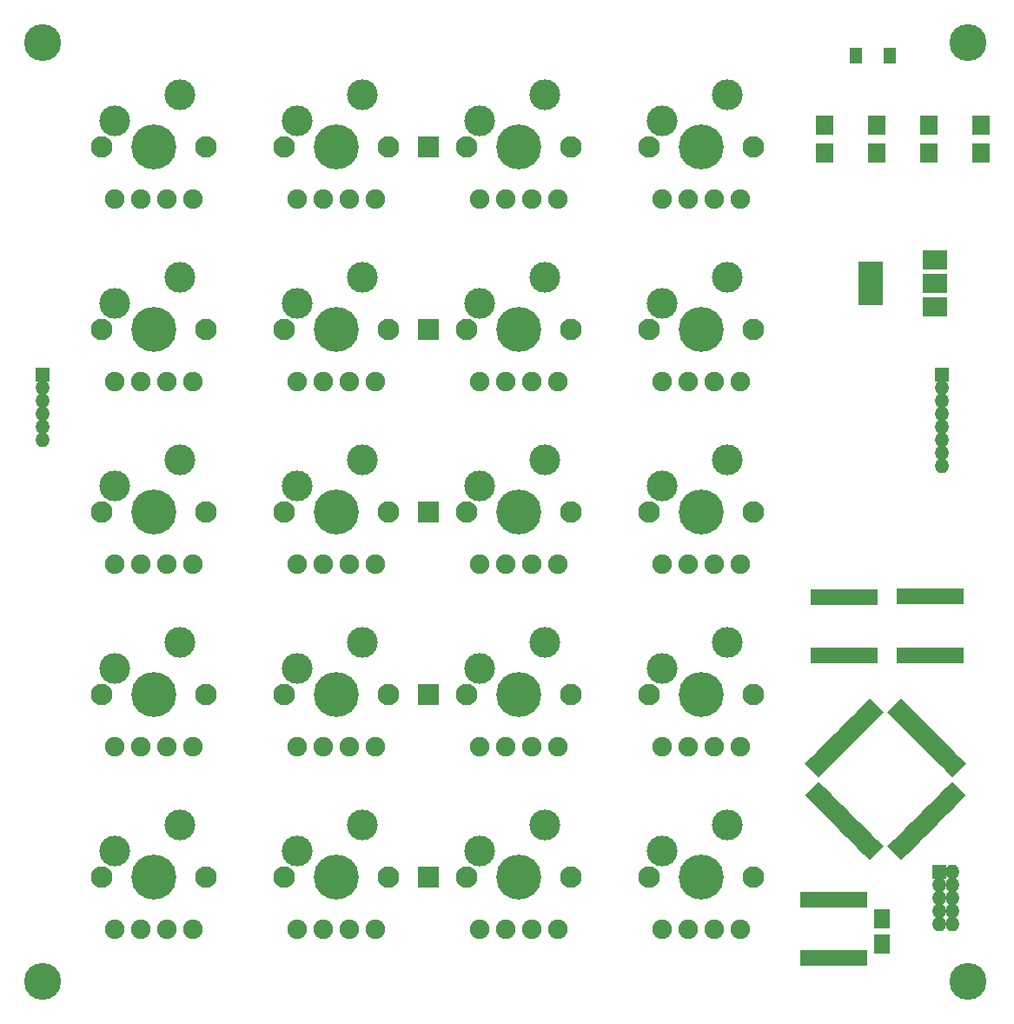
<source format=gts>
G04 #@! TF.FileFunction,Soldermask,Top*
%FSLAX46Y46*%
G04 Gerber Fmt 4.6, Leading zero omitted, Abs format (unit mm)*
G04 Created by KiCad (PCBNEW 4.0.6) date 2017 May 15, Monday 05:11:45*
%MOMM*%
%LPD*%
G01*
G04 APERTURE LIST*
%ADD10C,0.100000*%
%ADD11R,2.100000X2.100000*%
%ADD12C,3.600000*%
%ADD13C,4.380180*%
%ADD14C,3.000000*%
%ADD15C,2.099260*%
%ADD16C,1.900000*%
%ADD17R,0.798780X1.499820*%
%ADD18R,2.400000X4.200000*%
%ADD19R,2.400000X1.900000*%
%ADD20R,1.400000X1.400000*%
%ADD21O,1.400000X1.400000*%
%ADD22R,1.300000X1.600000*%
%ADD23R,1.700000X1.900000*%
%ADD24R,1.650000X1.900000*%
G04 APERTURE END LIST*
D10*
D11*
X112522000Y-124460000D03*
X112522000Y-106680000D03*
X112522000Y-53340000D03*
X112522000Y-71120000D03*
D12*
X74930000Y-43180000D03*
X74930000Y-134620000D03*
X165100000Y-134620000D03*
D13*
X103505000Y-53340000D03*
D14*
X106045000Y-48260000D03*
X99695000Y-50800000D03*
D15*
X98425000Y-53340000D03*
X108585000Y-53340000D03*
D13*
X121285000Y-71120000D03*
D14*
X123825000Y-66040000D03*
X117475000Y-68580000D03*
D15*
X116205000Y-71120000D03*
X126365000Y-71120000D03*
D13*
X139065000Y-53340000D03*
D14*
X141605000Y-48260000D03*
X135255000Y-50800000D03*
D15*
X133985000Y-53340000D03*
X144145000Y-53340000D03*
D16*
X89535000Y-58420000D03*
X81915000Y-58420000D03*
X86995000Y-58420000D03*
X84455000Y-58420000D03*
X89535000Y-76200000D03*
X81915000Y-76200000D03*
X86995000Y-76200000D03*
X84455000Y-76200000D03*
X89535000Y-93980000D03*
X81915000Y-93980000D03*
X86995000Y-93980000D03*
X84455000Y-93980000D03*
X89535000Y-111760000D03*
X81915000Y-111760000D03*
X86995000Y-111760000D03*
X84455000Y-111760000D03*
X89535000Y-129540000D03*
X81915000Y-129540000D03*
X86995000Y-129540000D03*
X84455000Y-129540000D03*
X107315000Y-129540000D03*
X99695000Y-129540000D03*
X104775000Y-129540000D03*
X102235000Y-129540000D03*
X107315000Y-111760000D03*
X99695000Y-111760000D03*
X104775000Y-111760000D03*
X102235000Y-111760000D03*
X107315000Y-93980000D03*
X99695000Y-93980000D03*
X104775000Y-93980000D03*
X102235000Y-93980000D03*
X107315000Y-76200000D03*
X99695000Y-76200000D03*
X104775000Y-76200000D03*
X102235000Y-76200000D03*
X107315000Y-58420000D03*
X99695000Y-58420000D03*
X104775000Y-58420000D03*
X102235000Y-58420000D03*
X125095000Y-58420000D03*
X117475000Y-58420000D03*
X122555000Y-58420000D03*
X120015000Y-58420000D03*
X125095000Y-76200000D03*
X117475000Y-76200000D03*
X122555000Y-76200000D03*
X120015000Y-76200000D03*
X125095000Y-93980000D03*
X117475000Y-93980000D03*
X122555000Y-93980000D03*
X120015000Y-93980000D03*
X125095000Y-111760000D03*
X117475000Y-111760000D03*
X122555000Y-111760000D03*
X120015000Y-111760000D03*
X125095000Y-129540000D03*
X117475000Y-129540000D03*
X122555000Y-129540000D03*
X120015000Y-129540000D03*
X142875000Y-129540000D03*
X135255000Y-129540000D03*
X140335000Y-129540000D03*
X137795000Y-129540000D03*
X142875000Y-111760000D03*
X135255000Y-111760000D03*
X140335000Y-111760000D03*
X137795000Y-111760000D03*
X142875000Y-93980000D03*
X135255000Y-93980000D03*
X140335000Y-93980000D03*
X137795000Y-93980000D03*
X142875000Y-76200000D03*
X135255000Y-76200000D03*
X140335000Y-76200000D03*
X137795000Y-76200000D03*
X142875000Y-58420000D03*
X135255000Y-58420000D03*
X140335000Y-58420000D03*
X137795000Y-58420000D03*
D13*
X85725000Y-53340000D03*
D14*
X88265000Y-48260000D03*
X81915000Y-50800000D03*
D15*
X80645000Y-53340000D03*
X90805000Y-53340000D03*
D13*
X85725000Y-71120000D03*
D14*
X88265000Y-66040000D03*
X81915000Y-68580000D03*
D15*
X80645000Y-71120000D03*
X90805000Y-71120000D03*
D13*
X85725000Y-88900000D03*
D14*
X88265000Y-83820000D03*
X81915000Y-86360000D03*
D15*
X80645000Y-88900000D03*
X90805000Y-88900000D03*
D13*
X85725000Y-106680000D03*
D14*
X88265000Y-101600000D03*
X81915000Y-104140000D03*
D15*
X80645000Y-106680000D03*
X90805000Y-106680000D03*
D13*
X85725000Y-124460000D03*
D14*
X88265000Y-119380000D03*
X81915000Y-121920000D03*
D15*
X80645000Y-124460000D03*
X90805000Y-124460000D03*
D13*
X103505000Y-124460000D03*
D14*
X106045000Y-119380000D03*
X99695000Y-121920000D03*
D15*
X98425000Y-124460000D03*
X108585000Y-124460000D03*
D13*
X103505000Y-106680000D03*
D14*
X106045000Y-101600000D03*
X99695000Y-104140000D03*
D15*
X98425000Y-106680000D03*
X108585000Y-106680000D03*
D13*
X103505000Y-88900000D03*
D14*
X106045000Y-83820000D03*
X99695000Y-86360000D03*
D15*
X98425000Y-88900000D03*
X108585000Y-88900000D03*
D13*
X103505000Y-71120000D03*
D14*
X106045000Y-66040000D03*
X99695000Y-68580000D03*
D15*
X98425000Y-71120000D03*
X108585000Y-71120000D03*
D13*
X121285000Y-53340000D03*
D14*
X123825000Y-48260000D03*
X117475000Y-50800000D03*
D15*
X116205000Y-53340000D03*
X126365000Y-53340000D03*
D13*
X121285000Y-88900000D03*
D14*
X123825000Y-83820000D03*
X117475000Y-86360000D03*
D15*
X116205000Y-88900000D03*
X126365000Y-88900000D03*
D13*
X121285000Y-106680000D03*
D14*
X123825000Y-101600000D03*
X117475000Y-104140000D03*
D15*
X116205000Y-106680000D03*
X126365000Y-106680000D03*
D13*
X121285000Y-124460000D03*
D14*
X123825000Y-119380000D03*
X117475000Y-121920000D03*
D15*
X116205000Y-124460000D03*
X126365000Y-124460000D03*
D13*
X139065000Y-124460000D03*
D14*
X141605000Y-119380000D03*
X135255000Y-121920000D03*
D15*
X133985000Y-124460000D03*
X144145000Y-124460000D03*
D13*
X139065000Y-106680000D03*
D14*
X141605000Y-101600000D03*
X135255000Y-104140000D03*
D15*
X133985000Y-106680000D03*
X144145000Y-106680000D03*
D13*
X139065000Y-88900000D03*
D14*
X141605000Y-83820000D03*
X135255000Y-86360000D03*
D15*
X133985000Y-88900000D03*
X144145000Y-88900000D03*
D13*
X139065000Y-71120000D03*
D14*
X141605000Y-66040000D03*
X135255000Y-68580000D03*
D15*
X133985000Y-71120000D03*
X144145000Y-71120000D03*
D10*
G36*
X154851291Y-107755188D02*
X155523042Y-107083437D01*
X156866545Y-108426940D01*
X156194794Y-109098691D01*
X154851291Y-107755188D01*
X154851291Y-107755188D01*
G37*
G36*
X154285606Y-108320874D02*
X154957357Y-107649123D01*
X156300860Y-108992626D01*
X155629109Y-109664377D01*
X154285606Y-108320874D01*
X154285606Y-108320874D01*
G37*
G36*
X153719921Y-108886559D02*
X154391672Y-108214808D01*
X155735175Y-109558311D01*
X155063424Y-110230062D01*
X153719921Y-108886559D01*
X153719921Y-108886559D01*
G37*
G36*
X153154235Y-109452244D02*
X153825986Y-108780493D01*
X155169489Y-110123996D01*
X154497738Y-110795747D01*
X153154235Y-109452244D01*
X153154235Y-109452244D01*
G37*
G36*
X152588550Y-110017930D02*
X153260301Y-109346179D01*
X154603804Y-110689682D01*
X153932053Y-111361433D01*
X152588550Y-110017930D01*
X152588550Y-110017930D01*
G37*
G36*
X152022864Y-110583615D02*
X152694615Y-109911864D01*
X154038118Y-111255367D01*
X153366367Y-111927118D01*
X152022864Y-110583615D01*
X152022864Y-110583615D01*
G37*
G36*
X151457179Y-111149301D02*
X152128930Y-110477550D01*
X153472433Y-111821053D01*
X152800682Y-112492804D01*
X151457179Y-111149301D01*
X151457179Y-111149301D01*
G37*
G36*
X150891493Y-111714986D02*
X151563244Y-111043235D01*
X152906747Y-112386738D01*
X152234996Y-113058489D01*
X150891493Y-111714986D01*
X150891493Y-111714986D01*
G37*
G36*
X150325808Y-112280672D02*
X150997559Y-111608921D01*
X152341062Y-112952424D01*
X151669311Y-113624175D01*
X150325808Y-112280672D01*
X150325808Y-112280672D01*
G37*
G36*
X149760123Y-112846357D02*
X150431874Y-112174606D01*
X151775377Y-113518109D01*
X151103626Y-114189860D01*
X149760123Y-112846357D01*
X149760123Y-112846357D01*
G37*
G36*
X149194437Y-113412042D02*
X149866188Y-112740291D01*
X151209691Y-114083794D01*
X150537940Y-114755545D01*
X149194437Y-113412042D01*
X149194437Y-113412042D01*
G37*
G36*
X149866188Y-117159709D02*
X149194437Y-116487958D01*
X150537940Y-115144455D01*
X151209691Y-115816206D01*
X149866188Y-117159709D01*
X149866188Y-117159709D01*
G37*
G36*
X150431874Y-117725394D02*
X149760123Y-117053643D01*
X151103626Y-115710140D01*
X151775377Y-116381891D01*
X150431874Y-117725394D01*
X150431874Y-117725394D01*
G37*
G36*
X150997559Y-118291079D02*
X150325808Y-117619328D01*
X151669311Y-116275825D01*
X152341062Y-116947576D01*
X150997559Y-118291079D01*
X150997559Y-118291079D01*
G37*
G36*
X151563244Y-118856765D02*
X150891493Y-118185014D01*
X152234996Y-116841511D01*
X152906747Y-117513262D01*
X151563244Y-118856765D01*
X151563244Y-118856765D01*
G37*
G36*
X152128930Y-119422450D02*
X151457179Y-118750699D01*
X152800682Y-117407196D01*
X153472433Y-118078947D01*
X152128930Y-119422450D01*
X152128930Y-119422450D01*
G37*
G36*
X152694615Y-119988136D02*
X152022864Y-119316385D01*
X153366367Y-117972882D01*
X154038118Y-118644633D01*
X152694615Y-119988136D01*
X152694615Y-119988136D01*
G37*
G36*
X153260301Y-120553821D02*
X152588550Y-119882070D01*
X153932053Y-118538567D01*
X154603804Y-119210318D01*
X153260301Y-120553821D01*
X153260301Y-120553821D01*
G37*
G36*
X153825986Y-121119507D02*
X153154235Y-120447756D01*
X154497738Y-119104253D01*
X155169489Y-119776004D01*
X153825986Y-121119507D01*
X153825986Y-121119507D01*
G37*
G36*
X154391672Y-121685192D02*
X153719921Y-121013441D01*
X155063424Y-119669938D01*
X155735175Y-120341689D01*
X154391672Y-121685192D01*
X154391672Y-121685192D01*
G37*
G36*
X154957357Y-122250877D02*
X154285606Y-121579126D01*
X155629109Y-120235623D01*
X156300860Y-120907374D01*
X154957357Y-122250877D01*
X154957357Y-122250877D01*
G37*
G36*
X155523042Y-122816563D02*
X154851291Y-122144812D01*
X156194794Y-120801309D01*
X156866545Y-121473060D01*
X155523042Y-122816563D01*
X155523042Y-122816563D01*
G37*
G36*
X157255455Y-121473060D02*
X157927206Y-120801309D01*
X159270709Y-122144812D01*
X158598958Y-122816563D01*
X157255455Y-121473060D01*
X157255455Y-121473060D01*
G37*
G36*
X157821140Y-120907374D02*
X158492891Y-120235623D01*
X159836394Y-121579126D01*
X159164643Y-122250877D01*
X157821140Y-120907374D01*
X157821140Y-120907374D01*
G37*
G36*
X158386825Y-120341689D02*
X159058576Y-119669938D01*
X160402079Y-121013441D01*
X159730328Y-121685192D01*
X158386825Y-120341689D01*
X158386825Y-120341689D01*
G37*
G36*
X158952511Y-119776004D02*
X159624262Y-119104253D01*
X160967765Y-120447756D01*
X160296014Y-121119507D01*
X158952511Y-119776004D01*
X158952511Y-119776004D01*
G37*
G36*
X159518196Y-119210318D02*
X160189947Y-118538567D01*
X161533450Y-119882070D01*
X160861699Y-120553821D01*
X159518196Y-119210318D01*
X159518196Y-119210318D01*
G37*
G36*
X160083882Y-118644633D02*
X160755633Y-117972882D01*
X162099136Y-119316385D01*
X161427385Y-119988136D01*
X160083882Y-118644633D01*
X160083882Y-118644633D01*
G37*
G36*
X160649567Y-118078947D02*
X161321318Y-117407196D01*
X162664821Y-118750699D01*
X161993070Y-119422450D01*
X160649567Y-118078947D01*
X160649567Y-118078947D01*
G37*
G36*
X161215253Y-117513262D02*
X161887004Y-116841511D01*
X163230507Y-118185014D01*
X162558756Y-118856765D01*
X161215253Y-117513262D01*
X161215253Y-117513262D01*
G37*
G36*
X161780938Y-116947576D02*
X162452689Y-116275825D01*
X163796192Y-117619328D01*
X163124441Y-118291079D01*
X161780938Y-116947576D01*
X161780938Y-116947576D01*
G37*
G36*
X162346623Y-116381891D02*
X163018374Y-115710140D01*
X164361877Y-117053643D01*
X163690126Y-117725394D01*
X162346623Y-116381891D01*
X162346623Y-116381891D01*
G37*
G36*
X162912309Y-115816206D02*
X163584060Y-115144455D01*
X164927563Y-116487958D01*
X164255812Y-117159709D01*
X162912309Y-115816206D01*
X162912309Y-115816206D01*
G37*
G36*
X163584060Y-114755545D02*
X162912309Y-114083794D01*
X164255812Y-112740291D01*
X164927563Y-113412042D01*
X163584060Y-114755545D01*
X163584060Y-114755545D01*
G37*
G36*
X163018374Y-114189860D02*
X162346623Y-113518109D01*
X163690126Y-112174606D01*
X164361877Y-112846357D01*
X163018374Y-114189860D01*
X163018374Y-114189860D01*
G37*
G36*
X162452689Y-113624175D02*
X161780938Y-112952424D01*
X163124441Y-111608921D01*
X163796192Y-112280672D01*
X162452689Y-113624175D01*
X162452689Y-113624175D01*
G37*
G36*
X161887004Y-113058489D02*
X161215253Y-112386738D01*
X162558756Y-111043235D01*
X163230507Y-111714986D01*
X161887004Y-113058489D01*
X161887004Y-113058489D01*
G37*
G36*
X161321318Y-112492804D02*
X160649567Y-111821053D01*
X161993070Y-110477550D01*
X162664821Y-111149301D01*
X161321318Y-112492804D01*
X161321318Y-112492804D01*
G37*
G36*
X160755633Y-111927118D02*
X160083882Y-111255367D01*
X161427385Y-109911864D01*
X162099136Y-110583615D01*
X160755633Y-111927118D01*
X160755633Y-111927118D01*
G37*
G36*
X160189947Y-111361433D02*
X159518196Y-110689682D01*
X160861699Y-109346179D01*
X161533450Y-110017930D01*
X160189947Y-111361433D01*
X160189947Y-111361433D01*
G37*
G36*
X159624262Y-110795747D02*
X158952511Y-110123996D01*
X160296014Y-108780493D01*
X160967765Y-109452244D01*
X159624262Y-110795747D01*
X159624262Y-110795747D01*
G37*
G36*
X159058576Y-110230062D02*
X158386825Y-109558311D01*
X159730328Y-108214808D01*
X160402079Y-108886559D01*
X159058576Y-110230062D01*
X159058576Y-110230062D01*
G37*
G36*
X158492891Y-109664377D02*
X157821140Y-108992626D01*
X159164643Y-107649123D01*
X159836394Y-108320874D01*
X158492891Y-109664377D01*
X158492891Y-109664377D01*
G37*
G36*
X157927206Y-109098691D02*
X157255455Y-108426940D01*
X158598958Y-107083437D01*
X159270709Y-107755188D01*
X157927206Y-109098691D01*
X157927206Y-109098691D01*
G37*
D17*
X158480760Y-102870000D03*
X159131000Y-102870000D03*
X159781240Y-102870000D03*
X160431480Y-102870000D03*
X161081720Y-102870000D03*
X161726880Y-102870000D03*
X162377120Y-102870000D03*
X163027360Y-102870000D03*
X163677600Y-102870000D03*
X164327840Y-102870000D03*
X164327840Y-97170240D03*
X163677600Y-97170240D03*
X163027360Y-97170240D03*
X162377120Y-97170240D03*
X161726880Y-97170240D03*
X161081720Y-97170240D03*
X160431480Y-97170240D03*
X159781240Y-97170240D03*
X159131000Y-97170240D03*
X158480760Y-97170240D03*
X150124160Y-102925880D03*
X150774400Y-102925880D03*
X151424640Y-102925880D03*
X152074880Y-102925880D03*
X152725120Y-102925880D03*
X153370280Y-102925880D03*
X154020520Y-102925880D03*
X154670760Y-102925880D03*
X155321000Y-102925880D03*
X155971240Y-102925880D03*
X155971240Y-97226120D03*
X155321000Y-97226120D03*
X154670760Y-97226120D03*
X154020520Y-97226120D03*
X153370280Y-97226120D03*
X152725120Y-97226120D03*
X152074880Y-97226120D03*
X151424640Y-97226120D03*
X150774400Y-97226120D03*
X150124160Y-97226120D03*
X154955240Y-126690120D03*
X154305000Y-126690120D03*
X153654760Y-126690120D03*
X153004520Y-126690120D03*
X152354280Y-126690120D03*
X151709120Y-126690120D03*
X151058880Y-126690120D03*
X150408640Y-126690120D03*
X149758400Y-126690120D03*
X149108160Y-126690120D03*
X149108160Y-132389880D03*
X149758400Y-132389880D03*
X150408640Y-132389880D03*
X151058880Y-132389880D03*
X151709120Y-132389880D03*
X152354280Y-132389880D03*
X153004520Y-132389880D03*
X153654760Y-132389880D03*
X154305000Y-132389880D03*
X154955240Y-132389880D03*
D18*
X155600000Y-66675000D03*
D19*
X161900000Y-66675000D03*
X161900000Y-64375000D03*
X161900000Y-68975000D03*
D20*
X162560000Y-75565000D03*
D21*
X162560000Y-76835000D03*
X162560000Y-78105000D03*
X162560000Y-79375000D03*
X162560000Y-80645000D03*
X162560000Y-81915000D03*
X162560000Y-83185000D03*
X162560000Y-84455000D03*
D20*
X74930000Y-75565000D03*
D21*
X74930000Y-76835000D03*
X74930000Y-78105000D03*
X74930000Y-79375000D03*
X74930000Y-80645000D03*
X74930000Y-81915000D03*
D22*
X154180000Y-44450000D03*
X157480000Y-44450000D03*
D12*
X165100000Y-43180000D03*
D23*
X161290000Y-53960000D03*
X161290000Y-51260000D03*
X151130000Y-53960000D03*
X151130000Y-51260000D03*
X156210000Y-53960000D03*
X156210000Y-51260000D03*
X166370000Y-53960000D03*
X166370000Y-51260000D03*
D24*
X156718000Y-131024000D03*
X156718000Y-128524000D03*
D11*
X112522000Y-88900000D03*
D20*
X162306000Y-123952000D03*
D21*
X163576000Y-123952000D03*
X162306000Y-125222000D03*
X163576000Y-125222000D03*
X162306000Y-126492000D03*
X163576000Y-126492000D03*
X162306000Y-127762000D03*
X163576000Y-127762000D03*
X162306000Y-129032000D03*
X163576000Y-129032000D03*
M02*

</source>
